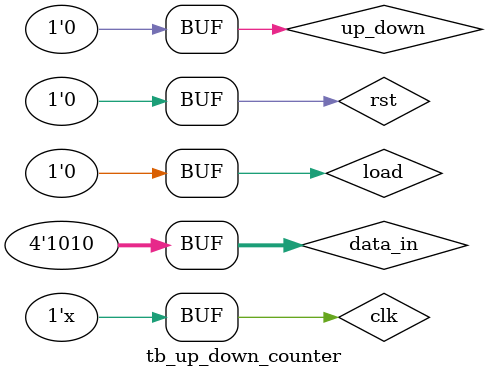
<source format=v>
module up_down_counter(clk,rst,load,data_in,up_down,count);
input clk;
input rst;
input load;
input [3:0] data_in;
input up_down;
output reg [3:0] count;
always @(posedge clk) begin
if (rst)
count <= 4'b0000;
else if (load)
count <= data_in;
else if (up_down)
count <= count + 1;
else
count <= count - 1;
end
endmodule
////tb/////////
module tb_up_down_counter();
reg clk, rst, load, up_down;
reg [3:0] data_in;
wire [3:0] count;
up_down_counter t1 (clk,rst,load,data_in,up_down,count);
always #5 clk = ~clk;
initial begin
clk = 0; rst = 1; load = 0; data_in = 4'b0000; up_down = 1;
#100 rst = 0;
#100 load = 1; data_in = 4'b1010;
#100 load = 0;
up_down = 1;
#100;
up_down = 0;
#100;
rst = 1;
#100 rst = 0;
end
endmodule 
</source>
